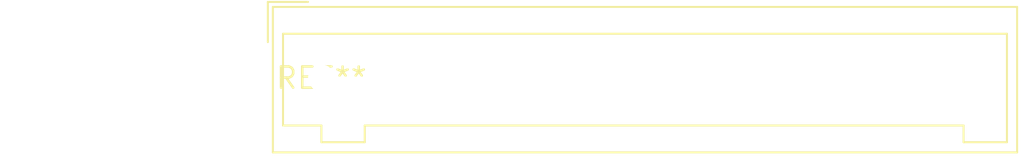
<source format=kicad_pcb>
(kicad_pcb (version 20240108) (generator pcbnew)
  (layers (0 "F.Cu" signal) (31 "B.Cu" signal) (34 "B.Paste" user) (35 "F.Paste" user) (36 "B.SilkS" user "B.Silkscreen") (37 "F.SilkS" user "F.Silkscreen") (38 "B.Mask" user) (39 "F.Mask" user) (44 "Edge.Cuts" user))
  (net 0 "")
  (footprint "Wago_734-142_1x12_P3.50mm_Vertical" (layer "F.Cu") (at 0 0)
    (property "Reference" "REF**")
    (property "Value" "Wago_734-142_1x12_P3.50mm_Vertical")
    (fp_line (start -3.21 -4.56) (end -0.8 -4.56) (layer "F.SilkS") (stroke (width 0.12)))
    (fp_line (start -3.21 -2.15) (end -3.21 -4.56) (layer "F.SilkS") (stroke (width 0.12)))
    (fp_line (start -2.91 -4.26) (end -2.91 4.46) (layer "F.SilkS") (stroke (width 0.12)))
    (fp_line (start -2.91 4.46) (end 41.71 4.46) (layer "F.SilkS") (stroke (width 0.12)))
    (fp_line (start -2.3 -2.65) (end -2.3 2.85) (layer "F.SilkS") (stroke (width 0.12)))
    (fp_line (start -2.3 2.85) (end 0 2.85) (layer "F.SilkS") (stroke (width 0.12)))
    (fp_line (start 0 2.85) (end 0 3.85) (layer "F.SilkS") (stroke (width 0.12)))
    (fp_line (start 0 3.85) (end 2.6 3.85) (layer "F.SilkS") (stroke (width 0.12)))
    (fp_line (start 2.6 2.85) (end 38.5 2.85) (layer "F.SilkS") (stroke (width 0.12)))
    (fp_line (start 2.6 3.85) (end 2.6 2.85) (layer "F.SilkS") (stroke (width 0.12)))
    (fp_line (start 38.5 2.85) (end 38.5 3.85) (layer "F.SilkS") (stroke (width 0.12)))
    (fp_line (start 38.5 3.85) (end 41.1 3.85) (layer "F.SilkS") (stroke (width 0.12)))
    (fp_line (start 41.1 -2.65) (end -2.3 -2.65) (layer "F.SilkS") (stroke (width 0.12)))
    (fp_line (start 41.1 3.85) (end 41.1 -2.65) (layer "F.SilkS") (stroke (width 0.12)))
    (fp_line (start 41.71 -4.26) (end -2.91 -4.26) (layer "F.SilkS") (stroke (width 0.12)))
    (fp_line (start 41.71 4.46) (end 41.71 -4.26) (layer "F.SilkS") (stroke (width 0.12)))
    (pad "1" thru_hole roundrect (at 0 0) (size 2 2.6) (drill 1.6) (layers *.Cu *.Mask) (remove_unused_layers) (roundrect_rratio 0.125))
    (pad "2" thru_hole oval (at 3.5 0) (size 2 2.6) (drill 1.6) (layers *.Cu *.Mask) (remove_unused_layers))
    (pad "3" thru_hole oval (at 7 0) (size 2 2.6) (drill 1.6) (layers *.Cu *.Mask) (remove_unused_layers))
    (pad "4" thru_hole oval (at 10.5 0) (size 2 2.6) (drill 1.6) (layers *.Cu *.Mask) (remove_unused_layers))
    (pad "5" thru_hole oval (at 14 0) (size 2 2.6) (drill 1.6) (layers *.Cu *.Mask) (remove_unused_layers))
    (pad "6" thru_hole oval (at 17.5 0) (size 2 2.6) (drill 1.6) (layers *.Cu *.Mask) (remove_unused_layers))
    (pad "7" thru_hole oval (at 21 0) (size 2 2.6) (drill 1.6) (layers *.Cu *.Mask) (remove_unused_layers))
    (pad "8" thru_hole oval (at 24.5 0) (size 2 2.6) (drill 1.6) (layers *.Cu *.Mask) (remove_unused_layers))
    (pad "9" thru_hole oval (at 28 0) (size 2 2.6) (drill 1.6) (layers *.Cu *.Mask) (remove_unused_layers))
    (pad "10" thru_hole oval (at 31.5 0) (size 2 2.6) (drill 1.6) (layers *.Cu *.Mask) (remove_unused_layers))
    (pad "11" thru_hole oval (at 35 0) (size 2 2.6) (drill 1.6) (layers *.Cu *.Mask) (remove_unused_layers))
    (pad "12" thru_hole oval (at 38.5 0) (size 2 2.6) (drill 1.6) (layers *.Cu *.Mask) (remove_unused_layers))
  )
)
</source>
